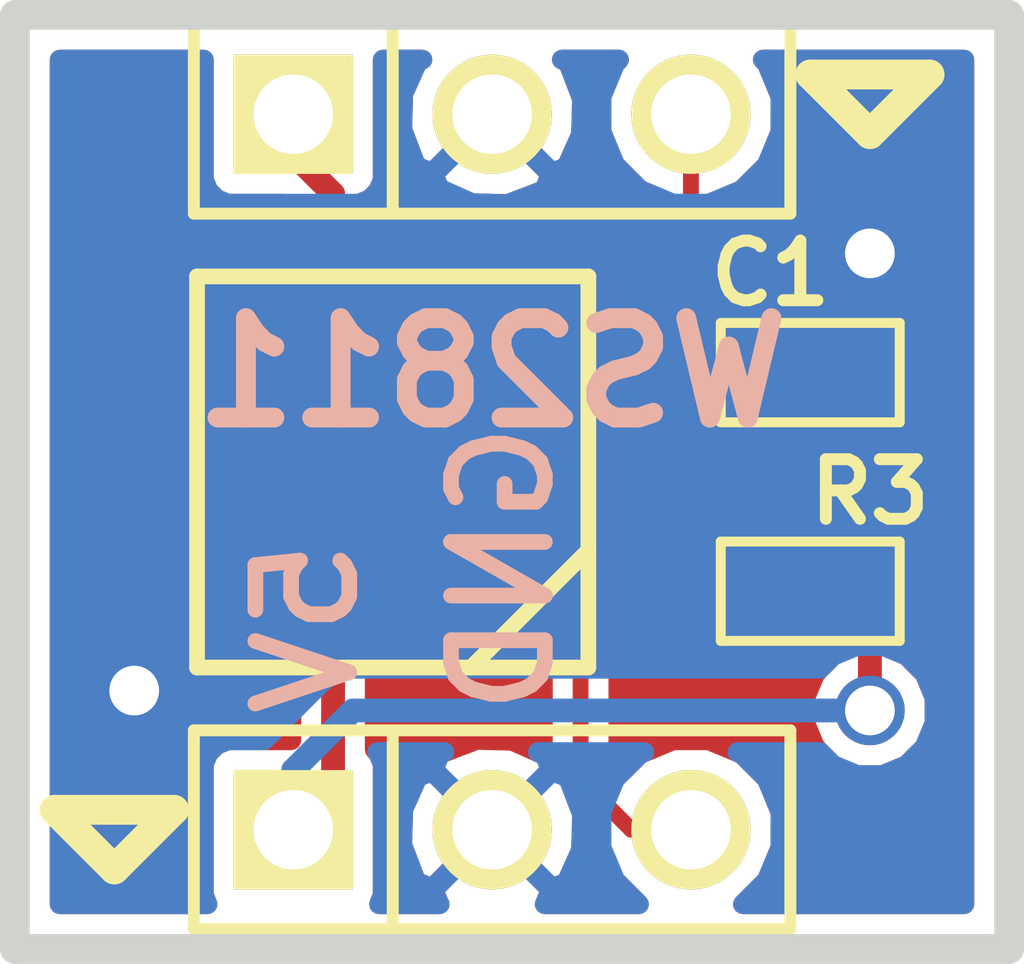
<source format=kicad_pcb>
(kicad_pcb (version 3) (host pcbnew "(2012-nov-02)-testing")

  (general
    (links 10)
    (no_connects 0)
    (area 33.083499 25.5778 60.572085 39.46271)
    (thickness 1.6002)
    (drawings 13)
    (tracks 29)
    (zones 0)
    (modules 5)
    (nets 6)
  )

  (page A4)
  (layers
    (15 Front signal)
    (0 Back signal)
    (16 B.Adhes user)
    (17 F.Adhes user)
    (18 B.Paste user)
    (19 F.Paste user)
    (20 B.SilkS user)
    (21 F.SilkS user)
    (22 B.Mask user)
    (23 F.Mask user)
    (24 Dwgs.User user)
    (25 Cmts.User user)
    (26 Eco1.User user)
    (27 Eco2.User user)
    (28 Edge.Cuts user)
  )

  (setup
    (last_trace_width 0.2032)
    (user_trace_width 0.254)
    (user_trace_width 0.3048)
    (trace_clearance 0.254)
    (zone_clearance 0.254)
    (zone_45_only no)
    (trace_min 0.2032)
    (segment_width 0.381)
    (edge_width 0.381)
    (via_size 0.889)
    (via_drill 0.635)
    (via_min_size 0.889)
    (via_min_drill 0.508)
    (uvia_size 0.508)
    (uvia_drill 0.127)
    (uvias_allowed no)
    (uvia_min_size 0.508)
    (uvia_min_drill 0.127)
    (pcb_text_width 0.3048)
    (pcb_text_size 1.524 2.032)
    (mod_edge_width 0.381)
    (mod_text_size 1.524 1.524)
    (mod_text_width 0.3048)
    (pad_size 1.524 1.524)
    (pad_drill 0.8128)
    (pad_to_mask_clearance 0.254)
    (aux_axis_origin 0 0)
    (visible_elements FFFFFFBF)
    (pcbplotparams
      (layerselection 284196865)
      (usegerberextensions true)
      (excludeedgelayer true)
      (linewidth 60)
      (plotframeref false)
      (viasonmask false)
      (mode 1)
      (useauxorigin false)
      (hpglpennumber 1)
      (hpglpenspeed 20)
      (hpglpendiameter 15)
      (hpglpenoverlay 0)
      (psnegative false)
      (psa4output false)
      (plotreference true)
      (plotvalue true)
      (plotothertext true)
      (plotinvisibletext false)
      (padsonsilk false)
      (subtractmaskfromsilk false)
      (outputformat 1)
      (mirror false)
      (drillshape 0)
      (scaleselection 1)
      (outputdirectory plot))
  )

  (net 0 "")
  (net 1 /DI)
  (net 2 /DO)
  (net 3 GND)
  (net 4 N-000004)
  (net 5 VCC)

  (net_class Default "This is the default net class."
    (clearance 0.254)
    (trace_width 0.2032)
    (via_dia 0.889)
    (via_drill 0.635)
    (uvia_dia 0.508)
    (uvia_drill 0.127)
    (add_net "")
    (add_net /DI)
    (add_net /DO)
    (add_net N-000004)
  )

  (net_class power ""
    (clearance 0.254)
    (trace_width 0.3048)
    (via_dia 0.889)
    (via_drill 0.635)
    (uvia_dia 0.508)
    (uvia_drill 0.127)
    (add_net GND)
    (add_net VCC)
  )

  (module WS2811-5050 (layer Front) (tedit 50D47DD2) (tstamp 50D47D9F)
    (at 38.1 32.512)
    (path /50D47B69)
    (fp_text reference IC1 (at 13.462 -3.556) (layer F.SilkS) hide
      (effects (font (size 1.00076 1.00076) (thickness 0.20066)))
    )
    (fp_text value WS2811-5050 (at 16.002 6.096) (layer F.SilkS) hide
      (effects (font (size 1.00076 1.00076) (thickness 0.20066)))
    )
    (fp_line (start 1.00076 2.49936) (end 2.49936 1.00076) (layer F.SilkS) (width 0.20066))
    (fp_line (start -2.49936 -2.49936) (end 2.49936 -2.49936) (layer F.SilkS) (width 0.20066))
    (fp_line (start 2.49936 -2.49936) (end 2.49936 2.49936) (layer F.SilkS) (width 0.20066))
    (fp_line (start 2.49936 2.49936) (end -2.49936 2.49936) (layer F.SilkS) (width 0.20066))
    (fp_line (start -2.49936 2.49936) (end -2.49936 -2.49936) (layer F.SilkS) (width 0.20066))
    (pad 2 smd rect (at 2.4003 0) (size 1.50114 0.89916)
      (layers Front F.Paste F.Mask)
      (net 1 /DI)
      (clearance 0.20066)
    )
    (pad 1 smd rect (at 2.4003 1.30048) (size 1.50114 0.89916)
      (layers Front F.Paste F.Mask)
      (net 2 /DO)
      (clearance 0.20066)
    )
    (pad 3 smd rect (at 2.4003 -1.30048) (size 1.50114 0.89916)
      (layers Front F.Paste F.Mask)
      (net 4 N-000004)
      (clearance 0.20066)
    )
    (pad 4 smd rect (at -2.4003 -1.30048) (size 1.50114 0.89916)
      (layers Front F.Paste F.Mask)
      (clearance 0.20066)
    )
    (pad 5 smd rect (at -2.4003 0) (size 1.50114 0.89916)
      (layers Front F.Paste F.Mask)
      (net 5 VCC)
      (clearance 0.20066)
    )
    (pad 6 smd rect (at -2.4003 1.30048) (size 1.50114 0.89916)
      (layers Front F.Paste F.Mask)
      (net 3 GND)
      (clearance 0.20066)
    )
  )

  (module SM0603_Capa (layer Front) (tedit 511E7349) (tstamp 50D47DA0)
    (at 43.434 31.242)
    (path /50D47B93)
    (attr smd)
    (fp_text reference C1 (at -0.508 -1.27) (layer F.SilkS)
      (effects (font (size 0.762 0.762) (thickness 0.1524)))
    )
    (fp_text value 0.1uF (at 0 0) (layer F.SilkS) hide
      (effects (font (size 0.508 0.4572) (thickness 0.1143)))
    )
    (fp_line (start -1.143 -0.635) (end 1.143 -0.635) (layer F.SilkS) (width 0.127))
    (fp_line (start 1.143 -0.635) (end 1.143 0.635) (layer F.SilkS) (width 0.127))
    (fp_line (start 1.143 0.635) (end -1.143 0.635) (layer F.SilkS) (width 0.127))
    (fp_line (start -1.143 0.635) (end -1.143 -0.635) (layer F.SilkS) (width 0.127))
    (pad 1 smd rect (at -0.762 0) (size 0.635 1.143)
      (layers Front F.Paste F.Mask)
      (net 4 N-000004)
    )
    (pad 2 smd rect (at 0.762 0) (size 0.635 1.143)
      (layers Front F.Paste F.Mask)
      (net 3 GND)
    )
    (model smd\capacitors\C0603.wrl
      (at (xyz 0 0 0.001))
      (scale (xyz 0.5 0.5 0.5))
      (rotate (xyz 0 0 0))
    )
  )

  (module PIN_ARRAY_3X1 (layer Front) (tedit 50D47DD7) (tstamp 511E7264)
    (at 39.37 27.94)
    (descr "Connecteur 3 pins")
    (tags "CONN DEV")
    (path /50D47BE5)
    (fp_text reference K1 (at 12.954 3.048) (layer F.SilkS) hide
      (effects (font (size 1.016 1.016) (thickness 0.1524)))
    )
    (fp_text value CONN_3 (at 12.192 -1.524) (layer F.SilkS) hide
      (effects (font (size 1.016 1.016) (thickness 0.1524)))
    )
    (fp_line (start -3.81 1.27) (end -3.81 -1.27) (layer F.SilkS) (width 0.1524))
    (fp_line (start -3.81 -1.27) (end 3.81 -1.27) (layer F.SilkS) (width 0.1524))
    (fp_line (start 3.81 -1.27) (end 3.81 1.27) (layer F.SilkS) (width 0.1524))
    (fp_line (start 3.81 1.27) (end -3.81 1.27) (layer F.SilkS) (width 0.1524))
    (fp_line (start -1.27 -1.27) (end -1.27 1.27) (layer F.SilkS) (width 0.1524))
    (pad 1 thru_hole rect (at -2.54 0) (size 1.524 1.524) (drill 1.016)
      (layers *.Cu *.Mask F.SilkS)
      (net 5 VCC)
    )
    (pad 2 thru_hole circle (at 0 0) (size 1.524 1.524) (drill 1.016)
      (layers *.Cu *.Mask F.SilkS)
      (net 3 GND)
    )
    (pad 3 thru_hole circle (at 2.54 0) (size 1.524 1.524) (drill 1.016)
      (layers *.Cu *.Mask F.SilkS)
      (net 1 /DI)
    )
    (model pin_array/pins_array_3x1.wrl
      (at (xyz 0 0 0))
      (scale (xyz 1 1 1))
      (rotate (xyz 0 0 0))
    )
  )

  (module PIN_ARRAY_3X1 (layer Front) (tedit 50D47DC8) (tstamp 511E7257)
    (at 39.37 37.084)
    (descr "Connecteur 3 pins")
    (tags "CONN DEV")
    (path /50D47C0D)
    (fp_text reference K2 (at 15.494 -8.636) (layer F.SilkS) hide
      (effects (font (size 1.016 1.016) (thickness 0.1524)))
    )
    (fp_text value CONN_3 (at 15.24 -4.318) (layer F.SilkS) hide
      (effects (font (size 1.016 1.016) (thickness 0.1524)))
    )
    (fp_line (start -3.81 1.27) (end -3.81 -1.27) (layer F.SilkS) (width 0.1524))
    (fp_line (start -3.81 -1.27) (end 3.81 -1.27) (layer F.SilkS) (width 0.1524))
    (fp_line (start 3.81 -1.27) (end 3.81 1.27) (layer F.SilkS) (width 0.1524))
    (fp_line (start 3.81 1.27) (end -3.81 1.27) (layer F.SilkS) (width 0.1524))
    (fp_line (start -1.27 -1.27) (end -1.27 1.27) (layer F.SilkS) (width 0.1524))
    (pad 1 thru_hole rect (at -2.54 0) (size 1.524 1.524) (drill 1.016)
      (layers *.Cu *.Mask F.SilkS)
      (net 5 VCC)
    )
    (pad 2 thru_hole circle (at 0 0) (size 1.524 1.524) (drill 1.016)
      (layers *.Cu *.Mask F.SilkS)
      (net 3 GND)
    )
    (pad 3 thru_hole circle (at 2.54 0) (size 1.524 1.524) (drill 1.016)
      (layers *.Cu *.Mask F.SilkS)
      (net 2 /DO)
    )
    (model pin_array/pins_array_3x1.wrl
      (at (xyz 0 0 0))
      (scale (xyz 1 1 1))
      (rotate (xyz 0 0 0))
    )
  )

  (module SM0603 (layer Front) (tedit 511E731A) (tstamp 50D69396)
    (at 43.434 34.036 180)
    (path /50D69312)
    (attr smd)
    (fp_text reference R3 (at -0.762 1.27 180) (layer F.SilkS)
      (effects (font (size 0.762 0.762) (thickness 0.1524)))
    )
    (fp_text value 150R (at 0 0 180) (layer F.SilkS) hide
      (effects (font (size 0.508 0.4572) (thickness 0.1143)))
    )
    (fp_line (start -1.143 -0.635) (end 1.143 -0.635) (layer F.SilkS) (width 0.127))
    (fp_line (start 1.143 -0.635) (end 1.143 0.635) (layer F.SilkS) (width 0.127))
    (fp_line (start 1.143 0.635) (end -1.143 0.635) (layer F.SilkS) (width 0.127))
    (fp_line (start -1.143 0.635) (end -1.143 -0.635) (layer F.SilkS) (width 0.127))
    (pad 1 smd rect (at -0.762 0 180) (size 0.635 1.143)
      (layers Front F.Paste F.Mask)
      (net 5 VCC)
    )
    (pad 2 smd rect (at 0.762 0 180) (size 0.635 1.143)
      (layers Front F.Paste F.Mask)
      (net 4 N-000004)
    )
    (model smd\resistors\R0603.wrl
      (at (xyz 0 0 0.001))
      (scale (xyz 0.5 0.5 0.5))
      (rotate (xyz 0 0 0))
    )
  )

  (gr_text GND (at 39.49954 33.74898 90) (layer B.SilkS)
    (effects (font (size 1.19888 1.19888) (thickness 0.20066)) (justify mirror))
  )
  (gr_text 5V (at 37.00018 34.50082 90) (layer B.SilkS)
    (effects (font (size 1.19888 1.19888) (thickness 0.20066)) (justify mirror))
  )
  (gr_text WS2811 (at 39.37 31.242) (layer B.SilkS)
    (effects (font (size 1.27 1.27) (thickness 0.254)) (justify mirror))
  )
  (gr_line (start 33.782 36.83) (end 34.544 37.592) (angle 90) (layer F.SilkS) (width 0.381))
  (gr_line (start 35.306 36.83) (end 33.782 36.83) (angle 90) (layer F.SilkS) (width 0.381))
  (gr_line (start 34.544 37.592) (end 35.306 36.83) (angle 90) (layer F.SilkS) (width 0.381))
  (gr_line (start 44.196 28.194) (end 43.434 27.432) (angle 90) (layer F.SilkS) (width 0.381))
  (gr_line (start 44.958 27.432) (end 44.196 28.194) (angle 90) (layer F.SilkS) (width 0.381))
  (gr_line (start 43.434 27.432) (end 44.958 27.432) (angle 90) (layer F.SilkS) (width 0.381))
  (gr_line (start 33.274 38.608) (end 33.274 26.67) (angle 90) (layer Edge.Cuts) (width 0.381))
  (gr_line (start 45.974 38.608) (end 33.274 38.608) (angle 90) (layer Edge.Cuts) (width 0.381))
  (gr_line (start 45.974 26.67) (end 45.974 38.608) (angle 90) (layer Edge.Cuts) (width 0.381))
  (gr_line (start 33.274 26.67) (end 45.974 26.67) (angle 90) (layer Edge.Cuts) (width 0.381))

  (segment (start 40.5003 32.512) (end 39.624 32.512) (width 0.2032) (layer Front) (net 1))
  (segment (start 41.91 29.21) (end 41.91 27.94) (width 0.2032) (layer Front) (net 1) (tstamp 511E733C))
  (segment (start 41.402 29.718) (end 41.91 29.21) (width 0.2032) (layer Front) (net 1) (tstamp 511E733B))
  (segment (start 39.37 29.718) (end 41.402 29.718) (width 0.2032) (layer Front) (net 1) (tstamp 511E733A))
  (segment (start 38.862 30.226) (end 39.37 29.718) (width 0.2032) (layer Front) (net 1) (tstamp 511E7339))
  (segment (start 38.862 31.75) (end 38.862 30.226) (width 0.2032) (layer Front) (net 1) (tstamp 511E7338))
  (segment (start 39.624 32.512) (end 38.862 31.75) (width 0.2032) (layer Front) (net 1) (tstamp 511E7337))
  (segment (start 41.91 37.084) (end 41.148 37.084) (width 0.2032) (layer Front) (net 2))
  (segment (start 40.5003 36.4363) (end 40.5003 33.81248) (width 0.2032) (layer Front) (net 2) (tstamp 511E73A4))
  (segment (start 41.148 37.084) (end 40.5003 36.4363) (width 0.2032) (layer Front) (net 2) (tstamp 511E73A3))
  (segment (start 35.6997 33.81248) (end 35.6997 34.4043) (width 0.3048) (layer Front) (net 3))
  (via (at 34.798 35.306) (size 0.889) (layers Front Back) (net 3))
  (segment (start 35.6997 34.4043) (end 34.798 35.306) (width 0.3048) (layer Front) (net 3) (tstamp 511E7396))
  (segment (start 44.196 31.242) (end 44.196 29.718) (width 0.3048) (layer Front) (net 3))
  (via (at 44.196 29.718) (size 0.889) (layers Front Back) (net 3))
  (segment (start 42.672 34.036) (end 42.672 31.242) (width 0.254) (layer Front) (net 4))
  (segment (start 40.5003 31.21152) (end 42.64152 31.21152) (width 0.254) (layer Front) (net 4))
  (segment (start 42.64152 31.21152) (end 42.672 31.242) (width 0.254) (layer Front) (net 4) (tstamp 511E7332))
  (segment (start 36.83 37.084) (end 36.83 36.322) (width 0.3048) (layer Back) (net 5))
  (segment (start 44.196 35.56) (end 44.196 34.036) (width 0.3048) (layer Front) (net 5) (tstamp 511E739F))
  (via (at 44.196 35.56) (size 0.889) (layers Front Back) (net 5))
  (segment (start 37.592 35.56) (end 44.196 35.56) (width 0.3048) (layer Back) (net 5) (tstamp 511E739D))
  (segment (start 36.83 36.322) (end 37.592 35.56) (width 0.3048) (layer Back) (net 5) (tstamp 511E739C))
  (segment (start 37.338 32.512) (end 37.338 36.576) (width 0.3048) (layer Front) (net 5))
  (segment (start 37.338 36.576) (end 36.83 37.084) (width 0.3048) (layer Front) (net 5) (tstamp 511E7350))
  (segment (start 35.6997 32.512) (end 37.338 32.512) (width 0.3048) (layer Front) (net 5))
  (segment (start 36.83 28.448) (end 36.83 27.94) (width 0.3048) (layer Front) (net 5) (tstamp 511E734C))
  (segment (start 37.338 28.956) (end 36.83 28.448) (width 0.3048) (layer Front) (net 5) (tstamp 511E734B))
  (segment (start 37.338 32.512) (end 37.338 28.956) (width 0.3048) (layer Front) (net 5) (tstamp 511E734A))

  (zone (net 3) (net_name GND) (layer Front) (tstamp 50D47E8A) (hatch edge 0.508)
    (connect_pads (clearance 0.254))
    (min_thickness 0.254)
    (fill (arc_segments 16) (thermal_gap 0.254) (thermal_bridge_width 0.2794))
    (polygon
      (pts
        (xy 45.72 38.354) (xy 45.72 26.924) (xy 33.528 26.924) (xy 33.528 38.354)
      )
    )
    (filled_polygon
      (pts
        (xy 36.8046 35.940934) (xy 35.992547 35.940934) (xy 35.852463 35.998816) (xy 35.745192 36.105899) (xy 35.687066 36.245882)
        (xy 35.687 36.321667) (xy 35.687 34.54781) (xy 35.687 33.82518) (xy 34.66338 33.82518) (xy 34.56813 33.92043)
        (xy 34.568064 34.186607) (xy 34.568196 34.338178) (xy 34.626322 34.478161) (xy 34.733593 34.585244) (xy 34.873677 34.643126)
        (xy 35.59175 34.64306) (xy 35.687 34.54781) (xy 35.687 36.321667) (xy 35.686934 36.397453) (xy 35.686934 37.921453)
        (xy 35.73447 38.0365) (xy 33.8455 38.0365) (xy 33.8455 27.2415) (xy 35.686944 27.2415) (xy 35.686934 27.253453)
        (xy 35.686934 28.777453) (xy 35.744816 28.917537) (xy 35.851899 29.024808) (xy 35.991882 29.082934) (xy 36.143453 29.083066)
        (xy 36.710724 29.083066) (xy 36.8046 29.176941) (xy 36.8046 30.621781) (xy 36.773454 30.546403) (xy 36.666371 30.439132)
        (xy 36.526388 30.381006) (xy 36.374817 30.380874) (xy 34.873677 30.380874) (xy 34.733593 30.438756) (xy 34.626322 30.545839)
        (xy 34.568196 30.685822) (xy 34.568064 30.837393) (xy 34.568064 31.736553) (xy 34.619854 31.861894) (xy 34.568196 31.986302)
        (xy 34.568064 32.137873) (xy 34.568064 33.037033) (xy 34.619854 33.162374) (xy 34.568196 33.286782) (xy 34.568064 33.438353)
        (xy 34.56813 33.70453) (xy 34.66338 33.79978) (xy 35.687 33.79978) (xy 35.687 33.77978) (xy 35.7124 33.77978)
        (xy 35.7124 33.79978) (xy 35.7324 33.79978) (xy 35.7324 33.82518) (xy 35.7124 33.82518) (xy 35.7124 34.54781)
        (xy 35.80765 34.64306) (xy 36.525723 34.643126) (xy 36.665807 34.585244) (xy 36.773078 34.478161) (xy 36.8046 34.402247)
        (xy 36.8046 35.940934)
      )
    )
    (filled_polygon
      (pts
        (xy 41.4274 29.0101) (xy 41.2021 29.2354) (xy 40.117671 29.2354) (xy 40.117671 28.705631) (xy 39.37 27.957961)
        (xy 38.622329 28.705631) (xy 38.695315 28.89023) (xy 39.11031 29.076088) (xy 39.56484 29.088987) (xy 39.989707 28.926964)
        (xy 40.044685 28.89023) (xy 40.117671 28.705631) (xy 40.117671 29.2354) (xy 39.37 29.2354) (xy 39.185317 29.272136)
        (xy 39.02875 29.37675) (xy 39.028747 29.376753) (xy 38.52075 29.88475) (xy 38.416136 30.041317) (xy 38.3794 30.226)
        (xy 38.3794 31.75) (xy 38.416136 31.934683) (xy 38.52075 32.09125) (xy 39.282747 32.853246) (xy 39.28275 32.85325)
        (xy 39.368664 32.910655) (xy 39.368664 33.037033) (xy 39.420454 33.162374) (xy 39.368796 33.286782) (xy 39.368664 33.438353)
        (xy 39.368664 34.337513) (xy 39.426546 34.477597) (xy 39.533629 34.584868) (xy 39.673612 34.642994) (xy 39.825183 34.643126)
        (xy 40.0177 34.643126) (xy 40.0177 36.121684) (xy 39.62969 35.947912) (xy 39.17516 35.935013) (xy 38.750293 36.097036)
        (xy 38.695315 36.13377) (xy 38.622329 36.318369) (xy 39.37 37.066039) (xy 39.384142 37.051897) (xy 39.402102 37.069857)
        (xy 39.387961 37.084) (xy 40.135631 37.831671) (xy 40.32023 37.758685) (xy 40.506088 37.34369) (xy 40.512134 37.130634)
        (xy 40.80675 37.42525) (xy 40.817144 37.432195) (xy 40.940447 37.730611) (xy 41.245802 38.0365) (xy 40.041287 38.0365)
        (xy 40.044685 38.03423) (xy 40.117671 37.849631) (xy 39.37 37.101961) (xy 39.352039 37.119921) (xy 39.352039 37.084)
        (xy 38.604369 36.336329) (xy 38.41977 36.409315) (xy 38.233912 36.82431) (xy 38.221013 37.27884) (xy 38.383036 37.703707)
        (xy 38.41977 37.758685) (xy 38.604369 37.831671) (xy 39.352039 37.084) (xy 39.352039 37.119921) (xy 38.622329 37.849631)
        (xy 38.695315 38.03423) (xy 38.700383 38.0365) (xy 37.925438 38.0365) (xy 37.972934 37.922118) (xy 37.973066 37.770547)
        (xy 37.973066 36.246547) (xy 37.915184 36.106463) (xy 37.8714 36.062602) (xy 37.8714 32.512) (xy 37.8714 28.961432)
        (xy 37.914808 28.918101) (xy 37.972934 28.778118) (xy 37.973066 28.626547) (xy 37.973066 27.2415) (xy 38.480003 27.2415)
        (xy 38.41977 27.265315) (xy 38.233912 27.68031) (xy 38.221013 28.13484) (xy 38.383036 28.559707) (xy 38.41977 28.614685)
        (xy 38.604369 28.687671) (xy 39.352039 27.94) (xy 39.337897 27.925858) (xy 39.355857 27.907897) (xy 39.37 27.922039)
        (xy 39.384142 27.907897) (xy 39.402102 27.925857) (xy 39.387961 27.94) (xy 40.135631 28.687671) (xy 40.32023 28.614685)
        (xy 40.506088 28.19969) (xy 40.518987 27.74516) (xy 40.356964 27.320293) (xy 40.32023 27.265315) (xy 40.259996 27.2415)
        (xy 40.991862 27.2415) (xy 40.941577 27.291698) (xy 40.7672 27.711646) (xy 40.766803 28.166359) (xy 40.940447 28.586611)
        (xy 41.261698 28.908423) (xy 41.4274 28.977228) (xy 41.4274 29.0101)
      )
    )
    (filled_polygon
      (pts
        (xy 45.4025 38.0365) (xy 45.021643 38.0365) (xy 45.021643 35.396518) (xy 44.896233 35.093002) (xy 44.731621 34.928103)
        (xy 44.836308 34.823601) (xy 44.894434 34.683618) (xy 44.894566 34.532047) (xy 44.894566 33.389047) (xy 44.894566 31.738047)
        (xy 44.894566 30.745953) (xy 44.894434 30.594382) (xy 44.836308 30.454399) (xy 44.729037 30.347316) (xy 44.588953 30.289434)
        (xy 44.30395 30.2895) (xy 44.2087 30.38475) (xy 44.2087 31.2293) (xy 44.79925 31.2293) (xy 44.8945 31.13405)
        (xy 44.894566 30.745953) (xy 44.894566 31.738047) (xy 44.8945 31.34995) (xy 44.79925 31.2547) (xy 44.2087 31.2547)
        (xy 44.2087 32.09925) (xy 44.30395 32.1945) (xy 44.588953 32.194566) (xy 44.729037 32.136684) (xy 44.836308 32.029601)
        (xy 44.894434 31.889618) (xy 44.894566 31.738047) (xy 44.894566 33.389047) (xy 44.836684 33.248963) (xy 44.729601 33.141692)
        (xy 44.589618 33.083566) (xy 44.438047 33.083434) (xy 44.1833 33.083434) (xy 44.1833 32.09925) (xy 44.1833 31.2547)
        (xy 44.1833 31.2293) (xy 44.1833 30.38475) (xy 44.08805 30.2895) (xy 43.803047 30.289434) (xy 43.662963 30.347316)
        (xy 43.555692 30.454399) (xy 43.497566 30.594382) (xy 43.497434 30.745953) (xy 43.4975 31.13405) (xy 43.59275 31.2293)
        (xy 44.1833 31.2293) (xy 44.1833 31.2547) (xy 43.59275 31.2547) (xy 43.4975 31.34995) (xy 43.497434 31.738047)
        (xy 43.497566 31.889618) (xy 43.555692 32.029601) (xy 43.662963 32.136684) (xy 43.803047 32.194566) (xy 44.08805 32.1945)
        (xy 44.1833 32.09925) (xy 44.1833 33.083434) (xy 43.803047 33.083434) (xy 43.662963 33.141316) (xy 43.555692 33.248399)
        (xy 43.497566 33.388382) (xy 43.497434 33.539953) (xy 43.497434 34.682953) (xy 43.555316 34.823037) (xy 43.660371 34.928277)
        (xy 43.496583 35.091781) (xy 43.370643 35.395077) (xy 43.370357 35.723482) (xy 43.495767 36.026998) (xy 43.727781 36.259417)
        (xy 44.031077 36.385357) (xy 44.359482 36.385643) (xy 44.662998 36.260233) (xy 44.895417 36.028219) (xy 45.021357 35.724923)
        (xy 45.021643 35.396518) (xy 45.021643 38.0365) (xy 42.573693 38.0365) (xy 42.878423 37.732302) (xy 43.0528 37.312354)
        (xy 43.053197 36.857641) (xy 42.879553 36.437389) (xy 42.558302 36.115577) (xy 42.138354 35.9412) (xy 41.683641 35.940803)
        (xy 41.263389 36.114447) (xy 41.061992 36.315492) (xy 40.9829 36.2364) (xy 40.9829 34.643126) (xy 41.326323 34.643126)
        (xy 41.466407 34.585244) (xy 41.573678 34.478161) (xy 41.631804 34.338178) (xy 41.631936 34.186607) (xy 41.631936 33.287447)
        (xy 41.580145 33.162105) (xy 41.631804 33.037698) (xy 41.631936 32.886127) (xy 41.631936 31.986967) (xy 41.580145 31.861625)
        (xy 41.631804 31.737218) (xy 41.631819 31.71952) (xy 41.973434 31.71952) (xy 41.973434 31.888953) (xy 42.031316 32.029037)
        (xy 42.138399 32.136308) (xy 42.164 32.146938) (xy 42.164 33.13097) (xy 42.138963 33.141316) (xy 42.031692 33.248399)
        (xy 41.973566 33.388382) (xy 41.973434 33.539953) (xy 41.973434 34.682953) (xy 42.031316 34.823037) (xy 42.138399 34.930308)
        (xy 42.278382 34.988434) (xy 42.429953 34.988566) (xy 43.064953 34.988566) (xy 43.205037 34.930684) (xy 43.312308 34.823601)
        (xy 43.370434 34.683618) (xy 43.370566 34.532047) (xy 43.370566 33.389047) (xy 43.312684 33.248963) (xy 43.205601 33.141692)
        (xy 43.18 33.131061) (xy 43.18 32.147029) (xy 43.205037 32.136684) (xy 43.312308 32.029601) (xy 43.370434 31.889618)
        (xy 43.370566 31.738047) (xy 43.370566 30.595047) (xy 43.312684 30.454963) (xy 43.205601 30.347692) (xy 43.065618 30.289566)
        (xy 42.914047 30.289434) (xy 42.279047 30.289434) (xy 42.138963 30.347316) (xy 42.031692 30.454399) (xy 41.973566 30.594382)
        (xy 41.97347 30.70352) (xy 41.631936 30.70352) (xy 41.631936 30.686487) (xy 41.574054 30.546403) (xy 41.466971 30.439132)
        (xy 41.326988 30.381006) (xy 41.175417 30.380874) (xy 39.674277 30.380874) (xy 39.534193 30.438756) (xy 39.426922 30.545839)
        (xy 39.368796 30.685822) (xy 39.368664 30.837393) (xy 39.368664 31.574164) (xy 39.3446 31.5501) (xy 39.3446 30.425899)
        (xy 39.569899 30.2006) (xy 41.402 30.2006) (xy 41.586683 30.163864) (xy 41.74325 30.05925) (xy 42.251246 29.551252)
        (xy 42.251249 29.55125) (xy 42.25125 29.55125) (xy 42.355864 29.394683) (xy 42.3926 29.21) (xy 42.3926 28.97732)
        (xy 42.556611 28.909553) (xy 42.878423 28.588302) (xy 43.0528 28.168354) (xy 43.053197 27.713641) (xy 42.879553 27.293389)
        (xy 42.827754 27.2415) (xy 45.4025 27.2415) (xy 45.4025 38.0365)
      )
    )
  )
  (zone (net 3) (net_name GND) (layer Back) (tstamp 50D47EA1) (hatch edge 0.508)
    (connect_pads (clearance 0.254))
    (min_thickness 0.254)
    (fill (arc_segments 16) (thermal_gap 0.254) (thermal_bridge_width 0.2794))
    (polygon
      (pts
        (xy 45.72 38.354) (xy 45.72 26.924) (xy 33.528 26.924) (xy 33.528 38.354)
      )
    )
    (filled_polygon
      (pts
        (xy 41.314326 36.0934) (xy 41.263389 36.114447) (xy 40.941577 36.435698) (xy 40.7672 36.855646) (xy 40.766803 37.310359)
        (xy 40.940447 37.730611) (xy 41.245802 38.0365) (xy 40.518987 38.0365) (xy 40.518987 36.88916) (xy 40.356964 36.464293)
        (xy 40.32023 36.409315) (xy 40.135631 36.336329) (xy 39.387961 37.084) (xy 40.135631 37.831671) (xy 40.32023 37.758685)
        (xy 40.506088 37.34369) (xy 40.518987 36.88916) (xy 40.518987 38.0365) (xy 40.041287 38.0365) (xy 40.044685 38.03423)
        (xy 40.117671 37.849631) (xy 39.37 37.101961) (xy 39.352039 37.119921) (xy 39.352039 37.084) (xy 38.604369 36.336329)
        (xy 38.41977 36.409315) (xy 38.233912 36.82431) (xy 38.221013 37.27884) (xy 38.383036 37.703707) (xy 38.41977 37.758685)
        (xy 38.604369 37.831671) (xy 39.352039 37.084) (xy 39.352039 37.119921) (xy 38.622329 37.849631) (xy 38.695315 38.03423)
        (xy 38.700383 38.0365) (xy 37.925438 38.0365) (xy 37.972934 37.922118) (xy 37.973066 37.770547) (xy 37.973066 36.246547)
        (xy 37.915184 36.106463) (xy 37.902143 36.0934) (xy 38.759827 36.0934) (xy 38.750293 36.097036) (xy 38.695315 36.13377)
        (xy 38.622329 36.318369) (xy 39.37 37.066039) (xy 40.117671 36.318369) (xy 40.044685 36.13377) (xy 39.954544 36.0934)
        (xy 41.314326 36.0934)
      )
    )
    (filled_polygon
      (pts
        (xy 45.4025 38.0365) (xy 42.573693 38.0365) (xy 42.878423 37.732302) (xy 43.0528 37.312354) (xy 43.053197 36.857641)
        (xy 42.879553 36.437389) (xy 42.558302 36.115577) (xy 42.504893 36.0934) (xy 43.562053 36.0934) (xy 43.727781 36.259417)
        (xy 44.031077 36.385357) (xy 44.359482 36.385643) (xy 44.662998 36.260233) (xy 44.895417 36.028219) (xy 45.021357 35.724923)
        (xy 45.021643 35.396518) (xy 44.896233 35.093002) (xy 44.664219 34.860583) (xy 44.360923 34.734643) (xy 44.032518 34.734357)
        (xy 43.729002 34.859767) (xy 43.561877 35.0266) (xy 40.117671 35.0266) (xy 40.117671 28.705631) (xy 39.37 27.957961)
        (xy 38.622329 28.705631) (xy 38.695315 28.89023) (xy 39.11031 29.076088) (xy 39.56484 29.088987) (xy 39.989707 28.926964)
        (xy 40.044685 28.89023) (xy 40.117671 28.705631) (xy 40.117671 35.0266) (xy 37.592 35.0266) (xy 37.591999 35.0266)
        (xy 37.551396 35.034676) (xy 37.387877 35.067203) (xy 37.214829 35.182829) (xy 37.214826 35.182832) (xy 36.456724 35.940934)
        (xy 35.992547 35.940934) (xy 35.852463 35.998816) (xy 35.745192 36.105899) (xy 35.687066 36.245882) (xy 35.686934 36.397453)
        (xy 35.686934 37.921453) (xy 35.73447 38.0365) (xy 33.8455 38.0365) (xy 33.8455 27.2415) (xy 35.686944 27.2415)
        (xy 35.686934 27.253453) (xy 35.686934 28.777453) (xy 35.744816 28.917537) (xy 35.851899 29.024808) (xy 35.991882 29.082934)
        (xy 36.143453 29.083066) (xy 37.667453 29.083066) (xy 37.807537 29.025184) (xy 37.914808 28.918101) (xy 37.972934 28.778118)
        (xy 37.973066 28.626547) (xy 37.973066 27.2415) (xy 38.480003 27.2415) (xy 38.41977 27.265315) (xy 38.233912 27.68031)
        (xy 38.221013 28.13484) (xy 38.383036 28.559707) (xy 38.41977 28.614685) (xy 38.604369 28.687671) (xy 39.352039 27.94)
        (xy 39.337897 27.925858) (xy 39.355857 27.907897) (xy 39.37 27.922039) (xy 39.384142 27.907897) (xy 39.402102 27.925857)
        (xy 39.387961 27.94) (xy 40.135631 28.687671) (xy 40.32023 28.614685) (xy 40.506088 28.19969) (xy 40.518987 27.74516)
        (xy 40.356964 27.320293) (xy 40.32023 27.265315) (xy 40.259996 27.2415) (xy 40.991862 27.2415) (xy 40.941577 27.291698)
        (xy 40.7672 27.711646) (xy 40.766803 28.166359) (xy 40.940447 28.586611) (xy 41.261698 28.908423) (xy 41.681646 29.0828)
        (xy 42.136359 29.083197) (xy 42.556611 28.909553) (xy 42.878423 28.588302) (xy 43.0528 28.168354) (xy 43.053197 27.713641)
        (xy 42.879553 27.293389) (xy 42.827754 27.2415) (xy 45.4025 27.2415) (xy 45.4025 38.0365)
      )
    )
  )
)

</source>
